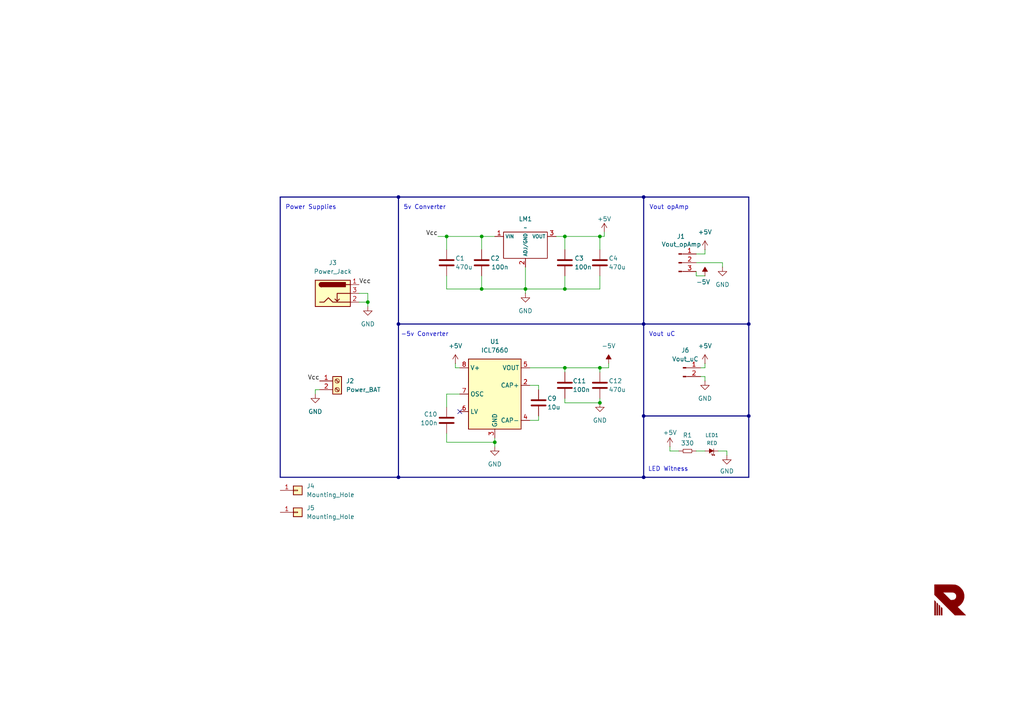
<source format=kicad_sch>
(kicad_sch (version 20231120) (generator "eeschema") (generator_version "8.0")
  (paper "A4")
  (title_block (title "Fuente Electroencefalograma") (date "2025-05-05") (rev "v2.0") (company "E.E.S.T. N°5 \"2 de Abril\" Temperley") (comment 1 "Autor: Iván Romano") (comment 2 "Curso: 7mo 6ta ") (comment 3 "Grupo: 2"))
  (lib_symbols
    (symbol "Connector:Barrel_Jack_Switch" (pin_names hide)
      (property "Reference" "J" (at 0 5.334 0))
      (property "Value" "Barrel_Jack_Switch" (at 0 -5.08 0))
      (symbol "Barrel_Jack_Switch_0_1"
        (rectangle (start -5.08 3.81) (end 5.08 -3.81) (stroke (width 0.254)) (fill (type background)))
        (arc (start -3.302 3.175) (mid -3.9343 2.54) (end -3.302 1.905) (stroke (width 0.254)))
        (arc (start -3.302 3.175) (mid -3.9343 2.54) (end -3.302 1.905) (stroke (width 0.254)) (fill (type outline)))
        (polyline (pts (xy 1.27 -2.286) (xy 1.905 -1.651)) (stroke (width 0.254)))
        (polyline (pts (xy 5.08 2.54) (xy 3.81 2.54)) (stroke (width 0.254)))
        (polyline (pts (xy 5.08 0) (xy 1.27 0) (xy 1.27 -2.286) (xy 0.635 -1.651)) (stroke (width 0.254)))
        (polyline (pts (xy -3.81 -2.54) (xy -2.54 -2.54) (xy -1.27 -1.27) (xy 0 -2.54) (xy 2.54 -2.54) (xy 5.08 -2.54)) (stroke (width 0.254)))
        (rectangle (start 3.683 3.175) (end -3.302 1.905) (stroke (width 0.254)) (fill (type outline)))
      )
      (symbol "Barrel_Jack_Switch_1_1"
        (pin passive line (at 7.62 2.54 180) (length 2.54) (name "~") (number "1"))
        (pin passive line (at 7.62 -2.54 180) (length 2.54) (name "~") (number "2"))
        (pin passive line (at 7.62 0 180) (length 2.54) (name "~") (number "3"))
      )
    )
    (symbol "Connector:Conn_01x02_Pin" (pin_names (offset 1.016) hide)
      (property "Reference" "J" (at 0 2.54 0))
      (property "Value" "Conn_01x02_Pin" (at 0 -5.08 0))
      (symbol "Conn_01x02_Pin_1_1"
        (polyline (pts (xy 1.27 -2.54) (xy 0.8636 -2.54)) (stroke (width 0.1524)))
        (polyline (pts (xy 1.27 0) (xy 0.8636 0)) (stroke (width 0.1524)))
        (rectangle (start 0.8636 -2.413) (end 0 -2.667) (stroke (width 0.1524)) (fill (type outline)))
        (rectangle (start 0.8636 0.127) (end 0 -0.127) (stroke (width 0.1524)) (fill (type outline)))
        (pin passive line (at 5.08 0 180) (length 3.81) (name "Pin_1") (number "1"))
        (pin passive line (at 5.08 -2.54 180) (length 3.81) (name "Pin_2") (number "2"))
      )
    )
    (symbol "Connector:Conn_01x03_Pin" (pin_names (offset 1.016) hide)
      (property "Reference" "J" (at 0 5.08 0))
      (property "Value" "Conn_01x03_Pin" (at 0 -5.08 0))
      (symbol "Conn_01x03_Pin_1_1"
        (polyline (pts (xy 1.27 -2.54) (xy 0.8636 -2.54)) (stroke (width 0.1524)))
        (polyline (pts (xy 1.27 0) (xy 0.8636 0)) (stroke (width 0.1524)))
        (polyline (pts (xy 1.27 2.54) (xy 0.8636 2.54)) (stroke (width 0.1524)))
        (rectangle (start 0.8636 -2.413) (end 0 -2.667) (stroke (width 0.1524)) (fill (type outline)))
        (rectangle (start 0.8636 0.127) (end 0 -0.127) (stroke (width 0.1524)) (fill (type outline)))
        (rectangle (start 0.8636 2.667) (end 0 2.413) (stroke (width 0.1524)) (fill (type outline)))
        (pin passive line (at 5.08 2.54 180) (length 3.81) (name "Pin_1") (number "1"))
        (pin passive line (at 5.08 0 180) (length 3.81) (name "Pin_2") (number "2"))
        (pin passive line (at 5.08 -2.54 180) (length 3.81) (name "Pin_3") (number "3"))
      )
    )
    (symbol "Connector:Screw_Terminal_01x02" (pin_names (offset 1.016) hide)
      (property "Reference" "J" (at 0 2.54 0))
      (property "Value" "Screw_Terminal_01x02" (at 0 -5.08 0))
      (symbol "Screw_Terminal_01x02_1_1"
        (rectangle (start -1.27 1.27) (end 1.27 -3.81) (stroke (width 0.254)) (fill (type background)))
        (circle (center 0 -2.54) (radius 0.635) (stroke (width 0.1524)))
        (polyline (pts (xy -0.5334 -2.2098) (xy 0.3302 -3.048)) (stroke (width 0.1524)))
        (polyline (pts (xy -0.5334 0.3302) (xy 0.3302 -0.508)) (stroke (width 0.1524)))
        (polyline (pts (xy -0.3556 -2.032) (xy 0.508 -2.8702)) (stroke (width 0.1524)))
        (polyline (pts (xy -0.3556 0.508) (xy 0.508 -0.3302)) (stroke (width 0.1524)))
        (circle (center 0 0) (radius 0.635) (stroke (width 0.1524)))
        (pin passive line (at -5.08 0 0) (length 3.81) (name "Pin_1") (number "1"))
        (pin passive line (at -5.08 -2.54 0) (length 3.81) (name "Pin_2") (number "2"))
      )
    )
    (symbol "Connector_Generic:Conn_01x01" (pin_names (offset 1.016) hide)
      (property "Reference" "J" (at 0 2.54 0))
      (property "Value" "Conn_01x01" (at 0 -2.54 0))
      (symbol "Conn_01x01_1_1"
        (rectangle (start -1.27 0.127) (end 0 -0.127) (stroke (width 0.1524)))
        (rectangle (start -1.27 1.27) (end 1.27 -1.27) (stroke (width 0.254)) (fill (type background)))
        (pin passive line (at -5.08 0 0) (length 3.81) (name "Pin_1") (number "1"))
      )
    )
    (symbol "Device:C" (pin_numbers hide) (pin_names (offset 0.254))
      (property "Reference" "C" (at 0.635 2.54 0))
      (property "Value" "C" (at 0.635 -2.54 0))
      (symbol "C_0_1"
        (polyline (pts (xy -2.032 -0.762) (xy 2.032 -0.762)) (stroke (width 0.508)))
        (polyline (pts (xy -2.032 0.762) (xy 2.032 0.762)) (stroke (width 0.508)))
      )
      (symbol "C_1_1"
        (pin passive line (at 0 3.81 270) (length 2.794) (name "~") (number "1"))
        (pin passive line (at 0 -3.81 90) (length 2.794) (name "~") (number "2"))
      )
    )
    (symbol "EESTN5:LED" (pin_numbers hide) (pin_names (offset 1.016) hide)
      (property "Reference" "LED" (at 0 2.54 0))
      (property "Value" "LED" (at 0 -2.54 0))
      (symbol "LED_0_1"
        (polyline (pts (xy 0.508 -0.762) (xy 1.016 -1.27) (xy 1.016 -1.27)))
        (polyline (pts (xy 1.016 -0.762) (xy 1.524 -1.27) (xy 1.524 -1.27)))
        (polyline (pts (xy 1.27 -0.635) (xy 1.27 0.635) (xy 1.27 0.635)))
        (polyline (pts (xy 1.27 0) (xy 0 0.635) (xy 0 -0.635) (xy 0 -0.635)) (fill (type outline)))
        (polyline (pts (xy 1.524 -1.27) (xy 1.27 -1.27) (xy 1.524 -1.016) (xy 1.524 -1.27) (xy 1.524 -1.27)) (fill (type outline)))
        (polyline (pts (xy 1.016 -1.27) (xy 0.762 -1.27) (xy 1.016 -1.016) (xy 1.016 -1.27) (xy 1.016 -1.27) (xy 1.016 -1.27)) (fill (type outline)))
      )
      (symbol "LED_1_1"
        (pin passive line (at -1.27 0 0) (length 1.27) (name "A") (number "1"))
        (pin passive line (at 2.54 0 180) (length 1.27) (name "K") (number "2"))
      )
    )
    (symbol "EESTN5:R" (pin_numbers hide) (pin_names (offset 0))
      (property "Reference" "R" (at -1.27 0 90))
      (property "Value" "R" (at 1.27 0 90))
      (symbol "R_0_1"
        (rectangle (start 0.508 1.27) (end -0.508 -1.27))
      )
      (symbol "R_1_1"
        (pin passive line (at 0 2.54 270) (length 1.27) (name "~") (number "1"))
        (pin passive line (at 0 -2.54 90) (length 1.27) (name "~") (number "2"))
      )
    )
    (symbol "Logo_Romano:LM7805"
      (property "Reference" "LM7805" (at -0.254 5.842 0))
      (symbol "LM7805_1_1"
        (rectangle (start -6.35 3.81) (end 6.35 -3.81))
        (rectangle (start -6.35 3.81) (end 6.35 -3.81))
        (pin input line (at -8.89 2.54 0) (length 2.54) (name "VIN") (number "1"))
        (pin input line (at 0 -6.35 90) (length 2.54) (name "ADJ/GND") (number "2"))
        (pin input line (at 8.89 2.54 180) (length 2.54) (name "VOUT") (number "3"))
      )
    )
    (symbol "Logo_Romano:LOGO" (pin_names (offset 1.016))
      (symbol "LOGO_0_0"
        (polyline (pts (xy -4.1685 -2.5003) (xy -4.1685 -0.5542) (xy -4.3615 -0.3466) (xy -4.5545 -0.139) (xy -4.556 -2.2927) (xy -4.5575 -4.4464) (xy -4.363 -4.4464) (xy -4.1685 -4.4464) (xy -4.1685 -2.5003)) (stroke (width 0.01)) (fill (type outline)))
        (polyline (pts (xy -2.9457 -3.0951) (xy -2.9457 -1.7438) (xy -3.1125 -1.5841) (xy -3.2792 -1.4243) (xy -3.2792 -2.9354) (xy -3.2792 -4.4464) (xy -3.1125 -4.4464) (xy -2.9457 -4.4464) (xy -2.9457 -3.0951)) (stroke (width 0.01)) (fill (type outline)))
        (polyline (pts (xy -2.2788 -3.4351) (xy -2.2788 -2.4238) (xy -2.4281 -2.2679) (xy -2.4559 -2.2397) (xy -2.5585 -2.1487) (xy -2.6226 -2.1121) (xy -2.6271 -2.1178) (xy -2.6401 -2.2033) (xy -2.6513 -2.3784) (xy -2.6601 -2.6269) (xy -2.6658 -2.9326) (xy -2.6678 -3.2792) (xy -2.6678 -4.4464) (xy -2.4733 -4.4464) (xy -2.2788 -4.4464) (xy -2.2788 -3.4351)) (stroke (width 0.01)) (fill (type outline)))
        (polyline (pts (xy -3.5571 -2.7894) (xy -3.5571 -1.1324) (xy -3.713 -0.9831) (xy -3.7423 -0.9556) (xy -3.8462 -0.8688) (xy -3.9075 -0.8337) (xy -3.9134 -0.8548) (xy -3.9222 -0.971) (xy -3.9301 -1.1771) (xy -3.9367 -1.4601) (xy -3.9418 -1.807) (xy -3.945 -2.2046) (xy -3.9462 -2.6401) (xy -3.9462 -4.4464) (xy -3.7516 -4.4464) (xy -3.5571 -4.4464) (xy -3.5571 -2.7894)) (stroke (width 0.01)) (fill (type outline)))
        (polyline (pts (xy 3.3482 -3.2649) (xy 3.2393 -3.1557) (xy 2.952 -2.8664) (xy 2.6953 -2.6059) (xy 2.4789 -2.384) (xy 2.3124 -2.2108) (xy 2.2054 -2.0962) (xy 2.1676 -2.05) (xy 2.1677 -2.0493) (xy 2.2143 -2.0041) (xy 2.3311 -1.9203) (xy 2.4936 -1.8155) (xy 2.8231 -1.5742) (xy 3.2013 -1.1988) (xy 3.5323 -0.7604) (xy 3.7969 -0.2856) (xy 3.9758 0.1996) (xy 4.027 0.4687) (xy 4.0577 0.8372) (xy 4.0593 1.2303) (xy 4.0317 1.6044) (xy 3.975 1.9156) (xy 3.8444 2.3152) (xy 3.6547 2.7049) (xy 3.3987 3.0721) (xy 3.0577 3.4483) (xy 2.9277 3.576) (xy 2.6714 3.8053) (xy 2.4407 3.9739) (xy 2.2087 4.1022) (xy 2.2002 4.1062) (xy 2.0464 4.1787) (xy 1.9068 4.2401) (xy 1.771 4.2913) (xy 1.6284 4.3333) (xy 1.4687 4.3669) (xy 1.2815 4.3931) (xy 1.0562 4.4128) (xy 0.7825 4.4269) (xy 0.4498 4.4364) (xy 0.0478 4.4421) (xy -0.4341 4.4451) (xy -1.0062 4.4462) (xy -1.6791 4.4464) (xy -4.5575 4.4464) (xy -4.5573 2.9596) (xy -4.5572 2.1676) (xy -2.0832 2.1676) (xy -0.5501 2.1676) (xy -0.1507 2.1674) (xy 0.2179 2.1661) (xy 0.5019 2.1626) (xy 0.7156 2.1559) (xy 0.8733 2.145) (xy 0.9891 2.1288) (xy 1.0773 2.1063) (xy 1.1522 2.0764) (xy 1.2279 2.0382) (xy 1.2801 2.0088) (xy 1.5288 1.8016) (xy 1.6978 1.5397) (xy 1.7863 1.2437) (xy 1.7931 0.9339) (xy 1.7175 0.6307) (xy 1.5585 0.3545) (xy 1.3151 0.1258) (xy 1.2908 0.1092) (xy 1.1667 0.0369) (xy 1.0362 -0.0072) (xy 0.8643 -0.0317) (xy 0.6163 -0.0452) (xy 0.139 -0.0626) (xy -0.9721 1.0525) (xy -2.0832 2.1676) (xy -4.5572 2.1676) (xy -4.5571 1.4728) (xy -1.5995 -1.4868) (xy 1.358 -4.4464) (xy 2.9434 -4.4464) (xy 4.5288 -4.4464) (xy 3.3482 -3.2649)) (stroke (width 0.01)) (fill (type outline)))
      )
    )
    (symbol "Regulator_SwitchedCapacitor:ICL7660"
      (property "Reference" "U" (at -6.35 11.43 0))
      (property "Value" "ICL7660" (at 3.81 11.43 0))
      (symbol "ICL7660_0_1"
        (rectangle (start -7.62 10.16) (end 7.62 -10.16) (stroke (width 0.254)) (fill (type background)))
      )
      (symbol "ICL7660_1_1"
        (pin no_connect line (at -7.62 5.08 0) (length 2.54) hide (name "NC") (number "1"))
        (pin input line (at 10.16 2.54 180) (length 2.54) (name "CAP+") (number "2"))
        (pin power_in line (at 0 -12.7 90) (length 2.54) (name "GND") (number "3"))
        (pin input line (at 10.16 -7.62 180) (length 2.54) (name "CAP-") (number "4"))
        (pin power_out line (at 10.16 7.62 180) (length 2.54) (name "VOUT") (number "5"))
        (pin input line (at -10.16 -5.08 0) (length 2.54) (name "LV") (number "6"))
        (pin input line (at -10.16 0 0) (length 2.54) (name "OSC") (number "7"))
        (pin power_in line (at -10.16 7.62 0) (length 2.54) (name "V+") (number "8"))
      )
    )
    (symbol "power:+5V" (power) (pin_numbers hide) (pin_names (offset 0) hide)
      (property "Value" "+5V" (at 0 3.556 0))
      (symbol "+5V_0_1"
        (polyline (pts (xy -0.762 1.27) (xy 0 2.54)))
        (polyline (pts (xy 0 0) (xy 0 2.54)))
        (polyline (pts (xy 0 2.54) (xy 0.762 1.27)))
      )
      (symbol "+5V_1_1"
        (pin power_in line (at 0 0 90) (length 0) (name "~") (number "1"))
      )
    )
    (symbol "power:-5V" (power) (pin_numbers hide) (pin_names (offset 0) hide)
      (property "Value" "-5V" (at 0 3.556 0))
      (symbol "-5V_0_0"
        (pin power_in line (at 0 0 90) (length 0) (name "~") (number "1"))
      )
      (symbol "-5V_0_1"
        (polyline (pts (xy 0 0) (xy 0 1.27) (xy 0.762 1.27) (xy 0 2.54) (xy -0.762 1.27) (xy 0 1.27)) (fill (type outline)))
      )
    )
    (symbol "power:GND" (power) (pin_numbers hide) (pin_names (offset 0) hide)
      (property "Value" "GND" (at 0 -3.81 0))
      (symbol "GND_0_1"
        (polyline (pts (xy 0 0) (xy 0 -1.27) (xy 1.27 -1.27) (xy 0 -2.54) (xy -1.27 -1.27) (xy 0 -1.27)))
      )
      (symbol "GND_1_1"
        (pin power_in line (at 0 0 270) (length 0) (name "~") (number "1"))
      )
    )
  )
  (junction (at 129.54 68.58))
  (junction (at 217.17 93.98))
  (junction (at 173.99 68.58))
  (junction (at 173.99 116.84))
  (junction (at 115.57 57.15))
  (junction (at 163.83 83.82))
  (junction (at 186.69 138.43))
  (junction (at 152.4 83.82))
  (junction (at 186.69 120.65))
  (junction (at 163.83 106.68))
  (junction (at 163.83 68.58))
  (junction (at 115.57 138.43))
  (junction (at 186.69 57.15))
  (junction (at 143.51 128.27))
  (junction (at 115.57 93.98))
  (junction (at 106.68 87.63))
  (junction (at 139.7 83.82))
  (junction (at 139.7 68.58))
  (junction (at 217.17 120.65))
  (junction (at 173.99 106.68))
  (junction (at 186.69 93.98))
  (no_connect (at 133.35 119.38))
  (wire (pts (xy 152.4 77.47) (xy 152.4 83.82)))
  (bus (pts (xy 81.28 138.43) (xy 115.57 138.43)))
  (wire (pts (xy 139.7 68.58) (xy 143.51 68.58)))
  (wire (pts (xy 204.47 109.22) (xy 203.2 109.22)))
  (wire (pts (xy 91.44 113.03) (xy 92.71 113.03)))
  (bus (pts (xy 186.69 57.15) (xy 186.69 93.98)))
  (wire (pts (xy 194.31 129.54) (xy 194.31 130.81)))
  (wire (pts (xy 173.99 106.68) (xy 176.53 106.68)))
  (wire (pts (xy 91.44 114.3) (xy 91.44 113.03)))
  (wire (pts (xy 129.54 68.58) (xy 139.7 68.58)))
  (wire (pts (xy 156.21 121.92) (xy 153.67 121.92)))
  (wire (pts (xy 129.54 80.01) (xy 129.54 83.82)))
  (wire (pts (xy 153.67 106.68) (xy 163.83 106.68)))
  (wire (pts (xy 163.83 106.68) (xy 163.83 107.95)))
  (wire (pts (xy 143.51 129.54) (xy 143.51 128.27)))
  (wire (pts (xy 201.93 73.66) (xy 204.47 73.66)))
  (wire (pts (xy 173.99 83.82) (xy 173.99 80.01)))
  (bus (pts (xy 186.69 120.65) (xy 186.69 138.43)))
  (wire (pts (xy 139.7 83.82) (xy 152.4 83.82)))
  (wire (pts (xy 129.54 68.58) (xy 129.54 72.39)))
  (bus (pts (xy 115.57 138.43) (xy 115.57 93.98)))
  (wire (pts (xy 204.47 106.68) (xy 203.2 106.68)))
  (wire (pts (xy 156.21 111.76) (xy 156.21 113.03)))
  (wire (pts (xy 163.83 68.58) (xy 173.99 68.58)))
  (wire (pts (xy 173.99 68.58) (xy 175.26 68.58)))
  (bus (pts (xy 115.57 93.98) (xy 186.69 93.98)))
  (wire (pts (xy 129.54 128.27) (xy 143.51 128.27)))
  (bus (pts (xy 115.57 57.15) (xy 81.28 57.15)))
  (wire (pts (xy 133.35 114.3) (xy 129.54 114.3)))
  (wire (pts (xy 163.83 80.01) (xy 163.83 83.82)))
  (wire (pts (xy 204.47 73.66) (xy 204.47 72.39)))
  (wire (pts (xy 132.08 105.41) (xy 132.08 106.68)))
  (wire (pts (xy 209.55 77.47) (xy 209.55 76.2)))
  (bus (pts (xy 186.69 138.43) (xy 217.17 138.43)))
  (wire (pts (xy 194.31 130.81) (xy 196.85 130.81)))
  (wire (pts (xy 156.21 120.65) (xy 156.21 121.92)))
  (wire (pts (xy 152.4 83.82) (xy 152.4 85.09)))
  (wire (pts (xy 163.83 83.82) (xy 173.99 83.82)))
  (wire (pts (xy 153.67 111.76) (xy 156.21 111.76)))
  (wire (pts (xy 161.29 68.58) (xy 163.83 68.58)))
  (wire (pts (xy 132.08 106.68) (xy 133.35 106.68)))
  (bus (pts (xy 115.57 57.15) (xy 186.69 57.15)))
  (wire (pts (xy 201.93 80.01) (xy 204.47 80.01)))
  (wire (pts (xy 201.93 130.81) (xy 204.47 130.81)))
  (wire (pts (xy 175.26 68.58) (xy 175.26 67.31)))
  (wire (pts (xy 129.54 114.3) (xy 129.54 118.11)))
  (bus (pts (xy 217.17 93.98) (xy 217.17 120.65)))
  (wire (pts (xy 106.68 87.63) (xy 106.68 85.09)))
  (bus (pts (xy 186.69 57.15) (xy 217.17 57.15)))
  (bus (pts (xy 217.17 120.65) (xy 217.17 138.43)))
  (bus (pts (xy 186.69 93.98) (xy 186.69 120.65)))
  (wire (pts (xy 173.99 116.84) (xy 173.99 115.57)))
  (wire (pts (xy 129.54 83.82) (xy 139.7 83.82)))
  (bus (pts (xy 186.69 93.98) (xy 217.17 93.98)))
  (wire (pts (xy 104.14 87.63) (xy 106.68 87.63)))
  (bus (pts (xy 115.57 93.98) (xy 115.57 57.15)))
  (wire (pts (xy 139.7 68.58) (xy 139.7 72.39)))
  (wire (pts (xy 201.93 78.74) (xy 201.93 80.01)))
  (wire (pts (xy 204.47 105.41) (xy 204.47 106.68)))
  (bus (pts (xy 186.69 120.65) (xy 217.17 120.65)))
  (wire (pts (xy 127 68.58) (xy 129.54 68.58)))
  (bus (pts (xy 81.28 57.15) (xy 81.28 138.43)))
  (wire (pts (xy 173.99 68.58) (xy 173.99 72.39)))
  (wire (pts (xy 163.83 106.68) (xy 173.99 106.68)))
  (wire (pts (xy 163.83 116.84) (xy 173.99 116.84)))
  (wire (pts (xy 163.83 115.57) (xy 163.83 116.84)))
  (wire (pts (xy 204.47 110.49) (xy 204.47 109.22)))
  (wire (pts (xy 106.68 87.63) (xy 106.68 88.9)))
  (bus (pts (xy 217.17 57.15) (xy 217.17 93.98)))
  (wire (pts (xy 210.82 130.81) (xy 208.28 130.81)))
  (wire (pts (xy 176.53 105.41) (xy 176.53 106.68)))
  (wire (pts (xy 173.99 106.68) (xy 173.99 107.95)))
  (wire (pts (xy 210.82 132.08) (xy 210.82 130.81)))
  (wire (pts (xy 209.55 76.2) (xy 201.93 76.2)))
  (wire (pts (xy 143.51 127) (xy 143.51 128.27)))
  (bus (pts (xy 115.57 138.43) (xy 186.69 138.43)))
  (wire (pts (xy 129.54 125.73) (xy 129.54 128.27)))
  (wire (pts (xy 152.4 83.82) (xy 163.83 83.82)))
  (wire (pts (xy 106.68 85.09) (xy 104.14 85.09)))
  (wire (pts (xy 139.7 80.01) (xy 139.7 83.82)))
  (wire (pts (xy 163.83 68.58) (xy 163.83 72.39)))
  (text "Power Supplies" (at 90.17 60.198 0) (effects (font (size 1.27 1.27))))
  (text "-5v Converter" (at 123.19 97.028 0) (effects (font (size 1.27 1.27))))
  (text "Vout opAmp" (at 194.056 60.198 0) (effects (font (size 1.27 1.27))))
  (text "Vout uC" (at 192.024 97.028 0) (effects (font (size 1.27 1.27))))
  (text "LED Witness" (at 193.802 136.144 0) (effects (font (size 1.27 1.27))))
  (text "5v Converter" (at 123.19 60.198 0) (effects (font (size 1.27 1.27))))
  (label "Vcc" (at 104.14 82.55 0))
  (label "Vcc" (at 92.71 110.49 180))
  (label "Vcc" (at 127 68.58 180))
  (symbol (lib_id "power:GND") (at 209.55 77.47 0) (unit 1)
    (property "Reference" "#PWR02" (effects (hide yes)))
    (property "Value" "GND" (at 209.55 82.55 0))
    (property "Description" "Power symbol creates a global label with name \"GND\" , ground" (effects (hide yes)))
  )
  (symbol (lib_id "EESTN5:LED") (at 205.74 130.81 0) (unit 1)
    (property "Reference" "LED1" (at 206.502 126.238 0) (effects (font (size 1.016 1.016))))
    (property "Value" "RED" (at 206.502 128.524 0) (effects (font (size 1.016 1.016))))
    (property "Footprint" "EESTN5:led_3mm_red" (effects (hide yes)))
  )
  (symbol (lib_id "power:GND") (at 204.47 110.49 0) (unit 1)
    (property "Reference" "#PWR014" (effects (hide yes)))
    (property "Value" "GND" (at 204.47 115.57 0))
    (property "Description" "Power symbol creates a global label with name \"GND\" , ground" (effects (hide yes)))
  )
  (symbol (lib_id "power:GND") (at 152.4 85.09 0) (unit 1)
    (property "Reference" "#PWR011" (effects (hide yes)))
    (property "Value" "GND" (at 152.4 90.17 0))
    (property "Description" "Power symbol creates a global label with name \"GND\" , ground" (effects (hide yes)))
  )
  (symbol (lib_id "Device:C") (at 156.21 116.84 0) (unit 1)
    (property "Reference" "C9" (at 158.75 115.57 0) (effects (justify left)))
    (property "Value" "10u" (at 158.75 118.11 0) (effects (justify left)))
    (property "Footprint" "EESTN5:CAP_ELEC_5x11mm" (effects (hide yes)))
    (property "Description" "Unpolarized capacitor" (effects (hide yes)))
  )
  (symbol (lib_id "Regulator_SwitchedCapacitor:ICL7660") (at 143.51 114.3 0) (unit 1)
    (property "Reference" "U1" (at 143.51 99.06 0))
    (property "Value" "ICL7660" (at 143.51 101.6 0))
    (property "Footprint" "Package_SO:SOIC-8_3.9x4.9mm_P1.27mm" (effects (hide yes)))
    (property "Datasheet" "http://datasheets.maximintegrated.com/en/ds/ICL7660-MAX1044.pdf" (effects (hide yes)))
    (property "Description" "Switched-Capacitor Voltage Converter, 1.5V to 10.0V operating supply voltage, 10mA with a 0.5V output drop, SO-8/DIP-8/µMAX-8/TO-99" (effects (hide yes)))
  )
  (symbol (lib_id "Device:C") (at 129.54 121.92 0) (unit 1)
    (property "Reference" "C10" (at 122.936 120.142 0) (effects (justify left)))
    (property "Value" "100n" (at 121.92 122.682 0) (effects (justify left)))
    (property "Footprint" "EESTN5:C_0805" (effects (hide yes)))
    (property "Description" "Unpolarized capacitor" (effects (hide yes)))
  )
  (symbol (lib_id "power:-5V") (at 204.47 80.01 0) (unit 1)
    (property "Reference" "#PWR05" (effects (hide yes)))
    (property "Value" "-5V" (at 203.962 81.788 0))
    (property "Description" "Power symbol creates a global label with name \"-5V\"" (effects (hide yes)))
  )
  (symbol (lib_id "power:+5V") (at 132.08 105.41 0) (unit 1)
    (property "Reference" "#PWR01" (effects (hide yes)))
    (property "Value" "+5V" (at 132.08 100.33 0))
    (property "Description" "Power symbol creates a global label with name \"+5V\"" (effects (hide yes)))
  )
  (symbol (lib_id "Device:C") (at 139.7 76.2 0) (unit 1)
    (property "Reference" "C2" (at 142.24 74.93 0) (effects (justify left)))
    (property "Value" "100n" (at 142.494 77.47 0) (effects (justify left)))
    (property "Footprint" "EESTN5:C_0805" (effects (hide yes)))
    (property "Description" "Unpolarized capacitor" (effects (hide yes)))
  )
  (symbol (lib_id "power:+5V") (at 175.26 67.31 0) (unit 1)
    (property "Reference" "#PWR03" (effects (hide yes)))
    (property "Value" "+5V" (at 175.26 63.5 0))
    (property "Description" "Power symbol creates a global label with name \"+5V\"" (effects (hide yes)))
  )
  (symbol (lib_id "Connector_Generic:Conn_01x01") (at 86.36 148.59 0) (unit 1)
    (property "Reference" "J5" (at 88.9 147.3199 0) (effects (justify left)))
    (property "Value" "Mounting_Hole" (at 88.9 149.8599 0) (effects (justify left)))
    (property "Footprint" "EESTN5:hole_2mm" (effects (hide yes)))
    (property "Description" "Generic connector, single row, 01x01, script generated (kicad-library-utils/schlib/autogen/connector/)" (effects (hide yes)))
  )
  (symbol (lib_id "power:GND") (at 173.99 116.84 0) (unit 1)
    (property "Reference" "#PWR08" (effects (hide yes)))
    (property "Value" "GND" (at 173.99 121.92 0))
    (property "Description" "Power symbol creates a global label with name \"GND\" , ground" (effects (hide yes)))
  )
  (symbol (lib_id "power:GND") (at 106.68 88.9 0) (unit 1)
    (property "Reference" "#PWR09" (effects (hide yes)))
    (property "Value" "GND" (at 106.68 93.98 0))
    (property "Description" "Power symbol creates a global label with name \"GND\" , ground" (effects (hide yes)))
  )
  (symbol (lib_id "Connector:Conn_01x02_Pin") (at 198.12 106.68 0) (unit 1)
    (property "Reference" "J6" (at 198.755 101.6 0))
    (property "Value" "Vout_uC" (at 198.755 104.14 0))
    (property "Footprint" "Connector_Molex:Molex_KK-254_AE-6410-02A_1x02_P2.54mm_Vertical" (effects (hide yes)))
    (property "Description" "Generic connector, single row, 01x02, script generated" (effects (hide yes)))
  )
  (symbol (lib_id "Connector:Barrel_Jack_Switch") (at 96.52 85.09 0) (unit 1)
    (property "Reference" "J3" (at 96.52 76.2 0))
    (property "Value" "Power_Jack" (at 96.52 78.74 0))
    (property "Footprint" "Connector_BarrelJack:BarrelJack_Horizontal" (effects (hide yes)))
    (property "Description" "DC Barrel Jack with an internal switch" (effects (hide yes)))
  )
  (symbol (lib_id "Logo_Romano:LOGO") (at 275.59 173.99 0) (unit 1)
    (property "Reference" "#G1" (effects (hide yes)))
    (property "Value" "LOGO" (effects (hide yes)))
  )
  (symbol (lib_id "Logo_Romano:LM7805") (at 152.4 71.12 0) (unit 1)
    (property "Reference" "LM1" (at 152.4 63.5 0))
    (property "Value" "~" (at 152.4 66.04 0))
    (property "Footprint" "EESTN5:SOT223-TAB2" (effects (hide yes)))
  )
  (symbol (lib_id "Device:C") (at 173.99 76.2 0) (unit 1)
    (property "Reference" "C4" (at 176.53 74.93 0) (effects (justify left)))
    (property "Value" "470u" (at 176.53 77.47 0) (effects (justify left)))
    (property "Footprint" "EESTN5:CAP_ELEC_5x11mm" (effects (hide yes)))
    (property "Description" "Unpolarized capacitor" (effects (hide yes)))
  )
  (symbol (lib_id "Device:C") (at 129.54 76.2 0) (unit 1)
    (property "Reference" "C1" (at 132.08 74.93 0) (effects (justify left)))
    (property "Value" "470u" (at 132.08 77.47 0) (effects (justify left)))
    (property "Footprint" "EESTN5:CAP_ELEC_5x11mm" (effects (hide yes)))
    (property "Description" "Unpolarized capacitor" (effects (hide yes)))
  )
  (symbol (lib_id "Connector:Screw_Terminal_01x02") (at 97.79 110.49 0) (unit 1)
    (property "Reference" "J2" (at 100.33 110.4899 0) (effects (justify left)))
    (property "Value" "Power_BAT" (at 100.33 113.0299 0) (effects (justify left)))
    (property "Footprint" "EESTN5:BORNERA2_DUO" (effects (hide yes)))
    (property "Description" "Generic screw terminal, single row, 01x02, script generated (kicad-library-utils/schlib/autogen/connector/)" (effects (hide yes)))
  )
  (symbol (lib_id "Connector_Generic:Conn_01x01") (at 86.36 142.24 0) (unit 1)
    (property "Reference" "J4" (at 88.9 140.9699 0) (effects (justify left)))
    (property "Value" "Mounting_Hole" (at 88.9 143.5099 0) (effects (justify left)))
    (property "Footprint" "EESTN5:hole_2mm" (effects (hide yes)))
    (property "Description" "Generic connector, single row, 01x01, script generated (kicad-library-utils/schlib/autogen/connector/)" (effects (hide yes)))
  )
  (symbol (lib_id "power:+5V") (at 204.47 105.41 0) (unit 1)
    (property "Reference" "#PWR015" (effects (hide yes)))
    (property "Value" "+5V" (at 204.47 100.33 0))
    (property "Description" "Power symbol creates a global label with name \"+5V\"" (effects (hide yes)))
  )
  (symbol (lib_id "Device:C") (at 173.99 111.76 0) (unit 1)
    (property "Reference" "C12" (at 176.53 110.49 0) (effects (justify left)))
    (property "Value" "470u" (at 176.53 113.03 0) (effects (justify left)))
    (property "Footprint" "EESTN5:CAP_ELEC_5x11mm" (effects (hide yes)))
    (property "Description" "Unpolarized capacitor" (effects (hide yes)))
  )
  (symbol (lib_id "EESTN5:R") (at 199.39 130.81 90) (unit 1)
    (property "Reference" "R1" (at 199.39 126.238 90))
    (property "Value" "330" (at 199.39 128.524 90))
    (property "Footprint" "EESTN5:R_0805" (effects (hide yes)))
    (property "Description" "Resistor" (effects (hide yes)))
  )
  (symbol (lib_id "Device:C") (at 163.83 111.76 0) (unit 1)
    (property "Reference" "C11" (at 166.116 110.49 0) (effects (justify left)))
    (property "Value" "100n" (at 166.116 113.03 0) (effects (justify left)))
    (property "Footprint" "EESTN5:C_0805" (effects (hide yes)))
    (property "Description" "Unpolarized capacitor" (effects (hide yes)))
  )
  (symbol (lib_id "power:GND") (at 210.82 132.08 0) (unit 1)
    (property "Reference" "#PWR013" (effects (hide yes)))
    (property "Value" "GND" (at 210.82 136.652 0))
    (property "Description" "Power symbol creates a global label with name \"GND\" , ground" (effects (hide yes)))
  )
  (symbol (lib_id "power:GND") (at 91.44 114.3 0) (unit 1)
    (property "Reference" "#PWR010" (effects (hide yes)))
    (property "Value" "GND" (at 91.44 119.38 0))
    (property "Description" "Power symbol creates a global label with name \"GND\" , ground" (effects (hide yes)))
  )
  (symbol (lib_id "Device:C") (at 163.83 76.2 0) (unit 1)
    (property "Reference" "C3" (at 166.624 74.93 0) (effects (justify left)))
    (property "Value" "100n" (at 166.624 77.47 0) (effects (justify left)))
    (property "Footprint" "EESTN5:C_0805" (effects (hide yes)))
    (property "Description" "Unpolarized capacitor" (effects (hide yes)))
  )
  (symbol (lib_id "power:+5V") (at 204.47 72.39 0) (unit 1)
    (property "Reference" "#PWR06" (effects (hide yes)))
    (property "Value" "+5V" (at 204.47 67.31 0))
    (property "Description" "Power symbol creates a global label with name \"+5V\"" (effects (hide yes)))
  )
  (symbol (lib_id "power:GND") (at 143.51 129.54 0) (unit 1)
    (property "Reference" "#PWR07" (effects (hide yes)))
    (property "Value" "GND" (at 143.51 134.62 0))
    (property "Description" "Power symbol creates a global label with name \"GND\" , ground" (effects (hide yes)))
  )
  (symbol (lib_id "power:+5V") (at 194.31 129.54 0) (unit 1)
    (property "Reference" "#PWR012" (effects (hide yes)))
    (property "Value" "+5V" (at 194.31 125.476 0))
    (property "Description" "Power symbol creates a global label with name \"+5V\"" (effects (hide yes)))
  )
  (symbol (lib_id "Connector:Conn_01x03_Pin") (at 196.85 76.2 0) (unit 1)
    (property "Reference" "J1" (at 197.485 68.58 0))
    (property "Value" "Vout_opAmp" (at 197.612 70.866 0))
    (property "Footprint" "Connector_Molex:Molex_KK-254_AE-6410-03A_1x03_P2.54mm_Vertical" (effects (hide yes)))
    (property "Description" "Generic connector, single row, 01x03, script generated" (effects (hide yes)))
  )
  (symbol (lib_id "power:-5V") (at 176.53 105.41 0) (unit 1)
    (property "Reference" "#PWR04" (effects (hide yes)))
    (property "Value" "-5V" (at 176.53 100.33 0))
    (property "Description" "Power symbol creates a global label with name \"-5V\"" (effects (hide yes)))
  )
)
</source>
